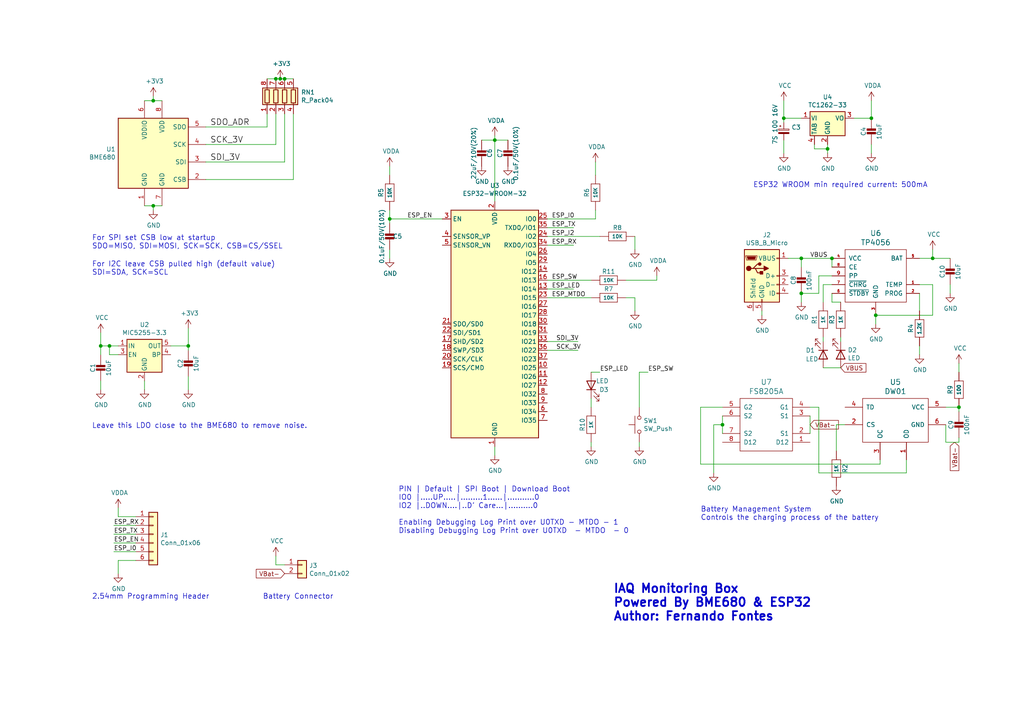
<source format=kicad_sch>
(kicad_sch (version 20230121) (generator eeschema)
  (paper "A4")
  (lib_symbols
    (symbol "Adafruit_BME680-eagle-import:CAP_CERAMIC0805-NOOUTLINE" (pin_names (offset 1.016))
      (property "Reference" "C" (at -2.286 1.2446 90))
      (property "Value" "CAP_CERAMIC0805-NOOUTLINE" (at 2.286 1.2446 90))
      (symbol "CAP_CERAMIC0805-NOOUTLINE_1_0"
        (rectangle (start -1.27 0.508) (end 1.27 1.016) (fill (type outline)))
        (rectangle (start -1.27 1.524) (end 1.27 2.032) (fill (type outline)))
        (polyline (pts (xy 0 0.762) (xy 0 0)))
        (polyline (pts (xy 0 2.54) (xy 0 1.778)))
        (pin passive line (at 0 5.08 270) (length 2.54) (name "1") (number "1"))
        (pin passive line (at 0 -2.54 90) (length 2.54) (name "2") (number "2"))
      )
    )
    (symbol "Adafruit_BME680-eagle-import:RESISTOR_0603_NOOUT" (pin_names (offset 1.016))
      (property "Reference" "R" (at 0 2.54 0))
      (property "Value" "RESISTOR_0603_NOOUT" (at 0 0 0))
      (symbol "RESISTOR_0603_NOOUT_1_0"
        (polyline (pts (xy -2.54 -1.27) (xy -2.54 1.27)))
        (polyline (pts (xy -2.54 1.27) (xy 2.54 1.27)))
        (polyline (pts (xy 2.54 -1.27) (xy -2.54 -1.27)))
        (polyline (pts (xy 2.54 1.27) (xy 2.54 -1.27)))
        (pin passive line (at -5.08 0 0) (length 2.54) (name "1") (number "1"))
        (pin passive line (at 5.08 0 180) (length 2.54) (name "2") (number "2"))
      )
    )
    (symbol "Connector:USB_B_Micro" (pin_names (offset 1.016))
      (property "Reference" "J" (at -5.08 11.43 0))
      (property "Value" "USB_B_Micro" (at -5.08 8.89 0))
      (symbol "USB_B_Micro_0_1"
        (rectangle (start -5.08 -7.62) (end 5.08 7.62) (stroke (width 0.254)) (fill (type background)))
        (circle (center -3.81 2.159) (radius 0.635) (stroke (width 0.254)) (fill (type outline)))
        (circle (center -0.635 3.429) (radius 0.381) (stroke (width 0.254)) (fill (type outline)))
        (rectangle (start -0.127 -7.62) (end 0.127 -6.858))
        (polyline (pts (xy -1.905 2.159) (xy 0.635 2.159)) (stroke (width 0.254)))
        (polyline (pts (xy -3.175 2.159) (xy -2.54 2.159) (xy -1.27 3.429) (xy -0.635 3.429)) (stroke (width 0.254)))
        (polyline (pts (xy -2.54 2.159) (xy -1.905 2.159) (xy -1.27 0.889) (xy 0 0.889)) (stroke (width 0.254)))
        (polyline (pts (xy 0.635 2.794) (xy 0.635 1.524) (xy 1.905 2.159) (xy 0.635 2.794)) (stroke (width 0.254)) (fill (type outline)))
        (polyline (pts (xy -4.318 5.588) (xy -1.778 5.588) (xy -2.032 4.826) (xy -4.064 4.826) (xy -4.318 5.588)) (fill (type outline)))
        (polyline (pts (xy -4.699 5.842) (xy -4.699 5.588) (xy -4.445 4.826) (xy -4.445 4.572) (xy -1.651 4.572) (xy -1.651 4.826) (xy -1.397 5.588) (xy -1.397 5.842) (xy -4.699 5.842)))
        (rectangle (start 0.254 1.27) (end -0.508 0.508) (stroke (width 0.254)) (fill (type outline)))
        (rectangle (start 5.08 -5.207) (end 4.318 -4.953))
        (rectangle (start 5.08 -2.667) (end 4.318 -2.413))
        (rectangle (start 5.08 -0.127) (end 4.318 0.127))
        (rectangle (start 5.08 4.953) (end 4.318 5.207))
      )
      (symbol "USB_B_Micro_1_1"
        (pin power_out line (at 7.62 5.08 180) (length 2.54) (name "VBUS") (number "1"))
        (pin bidirectional line (at 7.62 -2.54 180) (length 2.54) (name "D-") (number "2"))
        (pin bidirectional line (at 7.62 0 180) (length 2.54) (name "D+") (number "3"))
        (pin passive line (at 7.62 -5.08 180) (length 2.54) (name "ID") (number "4"))
        (pin power_out line (at 0 -10.16 90) (length 2.54) (name "GND") (number "5"))
        (pin passive line (at -2.54 -10.16 90) (length 2.54) (name "Shield") (number "6"))
      )
    )
    (symbol "Connector_Generic:Conn_01x02" (pin_names (offset 1.016) hide)
      (property "Reference" "J" (at 0 2.54 0))
      (property "Value" "Conn_01x02" (at 0 -5.08 0))
      (symbol "Conn_01x02_1_1"
        (rectangle (start -1.27 -2.413) (end 0 -2.667) (stroke (width 0.1524)))
        (rectangle (start -1.27 0.127) (end 0 -0.127) (stroke (width 0.1524)))
        (rectangle (start -1.27 1.27) (end 1.27 -3.81) (stroke (width 0.254)) (fill (type background)))
        (pin passive line (at -5.08 0 0) (length 3.81) (name "Pin_1") (number "1"))
        (pin passive line (at -5.08 -2.54 0) (length 3.81) (name "Pin_2") (number "2"))
      )
    )
    (symbol "Connector_Generic:Conn_01x06" (pin_names (offset 1.016) hide)
      (property "Reference" "J" (at 0 7.62 0))
      (property "Value" "Conn_01x06" (at 0 -10.16 0))
      (symbol "Conn_01x06_1_1"
        (rectangle (start -1.27 -7.493) (end 0 -7.747) (stroke (width 0.1524)))
        (rectangle (start -1.27 -4.953) (end 0 -5.207) (stroke (width 0.1524)))
        (rectangle (start -1.27 -2.413) (end 0 -2.667) (stroke (width 0.1524)))
        (rectangle (start -1.27 0.127) (end 0 -0.127) (stroke (width 0.1524)))
        (rectangle (start -1.27 2.667) (end 0 2.413) (stroke (width 0.1524)))
        (rectangle (start -1.27 5.207) (end 0 4.953) (stroke (width 0.1524)))
        (rectangle (start -1.27 6.35) (end 1.27 -8.89) (stroke (width 0.254)) (fill (type background)))
        (pin passive line (at -5.08 5.08 0) (length 3.81) (name "Pin_1") (number "1"))
        (pin passive line (at -5.08 2.54 0) (length 3.81) (name "Pin_2") (number "2"))
        (pin passive line (at -5.08 0 0) (length 3.81) (name "Pin_3") (number "3"))
        (pin passive line (at -5.08 -2.54 0) (length 3.81) (name "Pin_4") (number "4"))
        (pin passive line (at -5.08 -5.08 0) (length 3.81) (name "Pin_5") (number "5"))
        (pin passive line (at -5.08 -7.62 0) (length 3.81) (name "Pin_6") (number "6"))
      )
    )
    (symbol "Device:LED" (pin_numbers hide) (pin_names (offset 1.016) hide)
      (property "Reference" "D" (at 0 2.54 0))
      (property "Value" "LED" (at 0 -2.54 0))
      (symbol "LED_0_1"
        (polyline (pts (xy -1.27 -1.27) (xy -1.27 1.27)) (stroke (width 0.254)))
        (polyline (pts (xy -1.27 0) (xy 1.27 0)))
        (polyline (pts (xy 1.27 -1.27) (xy 1.27 1.27) (xy -1.27 0) (xy 1.27 -1.27)) (stroke (width 0.254)))
        (polyline (pts (xy -3.048 -0.762) (xy -4.572 -2.286) (xy -3.81 -2.286) (xy -4.572 -2.286) (xy -4.572 -1.524)))
        (polyline (pts (xy -1.778 -0.762) (xy -3.302 -2.286) (xy -2.54 -2.286) (xy -3.302 -2.286) (xy -3.302 -1.524)))
      )
      (symbol "LED_1_1"
        (pin passive line (at -3.81 0 0) (length 2.54) (name "K") (number "1"))
        (pin passive line (at 3.81 0 180) (length 2.54) (name "A") (number "2"))
      )
    )
    (symbol "Device:R_Pack04" (pin_names (offset 0) hide)
      (property "Reference" "RN" (at -7.62 0 90))
      (property "Value" "R_Pack04" (at 5.08 0 90))
      (symbol "R_Pack04_0_1"
        (rectangle (start -6.35 -2.413) (end 3.81 2.413) (stroke (width 0.254)) (fill (type background)))
        (rectangle (start -5.715 1.905) (end -4.445 -1.905) (stroke (width 0.254)))
        (rectangle (start -3.175 1.905) (end -1.905 -1.905) (stroke (width 0.254)))
        (rectangle (start -0.635 1.905) (end 0.635 -1.905) (stroke (width 0.254)))
        (polyline (pts (xy -5.08 -2.54) (xy -5.08 -1.905)))
        (polyline (pts (xy -5.08 1.905) (xy -5.08 2.54)))
        (polyline (pts (xy -2.54 -2.54) (xy -2.54 -1.905)))
        (polyline (pts (xy -2.54 1.905) (xy -2.54 2.54)))
        (polyline (pts (xy 0 -2.54) (xy 0 -1.905)))
        (polyline (pts (xy 0 1.905) (xy 0 2.54)))
        (polyline (pts (xy 2.54 -2.54) (xy 2.54 -1.905)))
        (polyline (pts (xy 2.54 1.905) (xy 2.54 2.54)))
        (rectangle (start 1.905 1.905) (end 3.175 -1.905) (stroke (width 0.254)))
      )
      (symbol "R_Pack04_1_1"
        (pin passive line (at -5.08 -5.08 90) (length 2.54) (name "R1.1") (number "1"))
        (pin passive line (at -2.54 -5.08 90) (length 2.54) (name "R2.1") (number "2"))
        (pin passive line (at 0 -5.08 90) (length 2.54) (name "R3.1") (number "3"))
        (pin passive line (at 2.54 -5.08 90) (length 2.54) (name "R4.1") (number "4"))
        (pin passive line (at 2.54 5.08 270) (length 2.54) (name "R4.2") (number "5"))
        (pin passive line (at 0 5.08 270) (length 2.54) (name "R3.2") (number "6"))
        (pin passive line (at -2.54 5.08 270) (length 2.54) (name "R2.2") (number "7"))
        (pin passive line (at -5.08 5.08 270) (length 2.54) (name "R1.2") (number "8"))
      )
    )
    (symbol "IAQ_Project-rescue:+3.3V-power" (power) (pin_names (offset 0))
      (property "Value" "+3.3V-power" (at 0 3.556 0))
      (symbol "+3.3V-power_0_1"
        (polyline (pts (xy -0.762 1.27) (xy 0 2.54)))
        (polyline (pts (xy 0 0) (xy 0 2.54)))
        (polyline (pts (xy 0 2.54) (xy 0.762 1.27)))
      )
      (symbol "+3.3V-power_1_1"
        (pin power_in line (at 0 0 90) (length 0) hide (name "+3V3") (number "1"))
      )
    )
    (symbol "IAQ_Project-rescue:CP_Small-Device" (pin_numbers hide) (pin_names (offset 0.254) hide)
      (property "Reference" "C" (at 0.254 1.778 0))
      (property "Value" "Device_CP_Small" (at 0.254 -2.032 0))
      (symbol "CP_Small-Device_0_1"
        (rectangle (start -1.524 -0.3048) (end 1.524 -0.6858) (fill (type outline)))
        (rectangle (start -1.524 0.6858) (end 1.524 0.3048))
        (polyline (pts (xy -1.27 1.524) (xy -0.762 1.524)))
        (polyline (pts (xy -1.016 1.27) (xy -1.016 1.778)))
      )
      (symbol "CP_Small-Device_1_1"
        (pin passive line (at 0 2.54 270) (length 1.8542) (name "~") (number "1"))
        (pin passive line (at 0 -2.54 90) (length 1.8542) (name "~") (number "2"))
      )
    )
    (symbol "IAQ_Project-rescue:TC1262-33-Regulator_Linear" (pin_names (offset 0.254))
      (property "Reference" "U" (at -3.81 3.175 0))
      (property "Value" "Regulator_Linear_TC1262-33" (at 0 3.175 0))
      (symbol "TC1262-33-Regulator_Linear_1_1"
        (rectangle (start -5.08 1.905) (end 5.08 -5.08) (stroke (width 0.254)) (fill (type background)))
        (pin power_in line (at -7.62 0 0) (length 2.54) (name "VI") (number "1"))
        (pin power_in line (at 0 -7.62 90) (length 2.54) (name "GND") (number "2"))
        (pin power_out line (at 7.62 0 180) (length 2.54) (name "VO") (number "3"))
        (pin input line (at -3.81 -7.62 90) (length 2.54) (name "TAB") (number "4"))
      )
    )
    (symbol "RF_Module:ESP32-WROOM-32"
      (property "Reference" "U" (at -12.7 34.29 0))
      (property "Value" "ESP32-WROOM-32" (at 1.27 34.29 0))
      (symbol "ESP32-WROOM-32_0_1"
        (rectangle (start -12.7 33.02) (end 12.7 -33.02) (stroke (width 0.254)) (fill (type background)))
      )
      (symbol "ESP32-WROOM-32_1_1"
        (pin power_in line (at 0 -35.56 90) (length 2.54) (name "GND") (number "1"))
        (pin bidirectional line (at 15.24 -12.7 180) (length 2.54) (name "IO25") (number "10"))
        (pin bidirectional line (at 15.24 -15.24 180) (length 2.54) (name "IO26") (number "11"))
        (pin bidirectional line (at 15.24 -17.78 180) (length 2.54) (name "IO27") (number "12"))
        (pin bidirectional line (at 15.24 10.16 180) (length 2.54) (name "IO14") (number "13"))
        (pin bidirectional line (at 15.24 15.24 180) (length 2.54) (name "IO12") (number "14"))
        (pin passive line (at 0 -35.56 90) (length 2.54) hide (name "GND") (number "15"))
        (pin bidirectional line (at 15.24 12.7 180) (length 2.54) (name "IO13") (number "16"))
        (pin bidirectional line (at -15.24 -5.08 0) (length 2.54) (name "SHD/SD2") (number "17"))
        (pin bidirectional line (at -15.24 -7.62 0) (length 2.54) (name "SWP/SD3") (number "18"))
        (pin bidirectional line (at -15.24 -12.7 0) (length 2.54) (name "SCS/CMD") (number "19"))
        (pin power_in line (at 0 35.56 270) (length 2.54) (name "VDD") (number "2"))
        (pin bidirectional line (at -15.24 -10.16 0) (length 2.54) (name "SCK/CLK") (number "20"))
        (pin bidirectional line (at -15.24 0 0) (length 2.54) (name "SDO/SD0") (number "21"))
        (pin bidirectional line (at -15.24 -2.54 0) (length 2.54) (name "SDI/SD1") (number "22"))
        (pin bidirectional line (at 15.24 7.62 180) (length 2.54) (name "IO15") (number "23"))
        (pin bidirectional line (at 15.24 25.4 180) (length 2.54) (name "IO2") (number "24"))
        (pin bidirectional line (at 15.24 30.48 180) (length 2.54) (name "IO0") (number "25"))
        (pin bidirectional line (at 15.24 20.32 180) (length 2.54) (name "IO4") (number "26"))
        (pin bidirectional line (at 15.24 5.08 180) (length 2.54) (name "IO16") (number "27"))
        (pin bidirectional line (at 15.24 2.54 180) (length 2.54) (name "IO17") (number "28"))
        (pin bidirectional line (at 15.24 17.78 180) (length 2.54) (name "IO5") (number "29"))
        (pin input line (at -15.24 30.48 0) (length 2.54) (name "EN") (number "3"))
        (pin bidirectional line (at 15.24 0 180) (length 2.54) (name "IO18") (number "30"))
        (pin bidirectional line (at 15.24 -2.54 180) (length 2.54) (name "IO19") (number "31"))
        (pin no_connect line (at -12.7 -27.94 0) (length 2.54) hide (name "NC") (number "32"))
        (pin bidirectional line (at 15.24 -5.08 180) (length 2.54) (name "IO21") (number "33"))
        (pin bidirectional line (at 15.24 22.86 180) (length 2.54) (name "RXD0/IO3") (number "34"))
        (pin bidirectional line (at 15.24 27.94 180) (length 2.54) (name "TXD0/IO1") (number "35"))
        (pin bidirectional line (at 15.24 -7.62 180) (length 2.54) (name "IO22") (number "36"))
        (pin bidirectional line (at 15.24 -10.16 180) (length 2.54) (name "IO23") (number "37"))
        (pin passive line (at 0 -35.56 90) (length 2.54) hide (name "GND") (number "38"))
        (pin passive line (at 0 -35.56 90) (length 2.54) hide (name "GND") (number "39"))
        (pin input line (at -15.24 25.4 0) (length 2.54) (name "SENSOR_VP") (number "4"))
        (pin input line (at -15.24 22.86 0) (length 2.54) (name "SENSOR_VN") (number "5"))
        (pin input line (at 15.24 -25.4 180) (length 2.54) (name "IO34") (number "6"))
        (pin input line (at 15.24 -27.94 180) (length 2.54) (name "IO35") (number "7"))
        (pin bidirectional line (at 15.24 -20.32 180) (length 2.54) (name "IO32") (number "8"))
        (pin bidirectional line (at 15.24 -22.86 180) (length 2.54) (name "IO33") (number "9"))
      )
    )
    (symbol "Regulator_Linear:MIC5205-3.3YM5" (pin_names (offset 0.254))
      (property "Reference" "U" (at -3.81 5.715 0))
      (property "Value" "MIC5205-3.3YM5" (at 0 5.715 0))
      (symbol "MIC5205-3.3YM5_0_1"
        (rectangle (start -5.08 4.445) (end 5.08 -5.08) (stroke (width 0.254)) (fill (type background)))
      )
      (symbol "MIC5205-3.3YM5_1_1"
        (pin power_in line (at -7.62 2.54 0) (length 2.54) (name "IN") (number "1"))
        (pin power_in line (at 0 -7.62 90) (length 2.54) (name "GND") (number "2"))
        (pin input line (at -7.62 0 0) (length 2.54) (name "EN") (number "3"))
        (pin input line (at 7.62 0 180) (length 2.54) (name "BP") (number "4"))
        (pin power_out line (at 7.62 2.54 180) (length 2.54) (name "OUT") (number "5"))
      )
    )
    (symbol "Sensor:BME680"
      (property "Reference" "U" (at -8.89 11.43 0))
      (property "Value" "BME680" (at 7.62 11.43 0))
      (symbol "BME680_0_1"
        (rectangle (start -10.16 10.16) (end 10.16 -10.16) (stroke (width 0.254)) (fill (type background)))
      )
      (symbol "BME680_1_1"
        (pin power_in line (at -2.54 -15.24 90) (length 5.08) (name "GND") (number "1"))
        (pin input line (at 15.24 -7.62 180) (length 5.08) (name "CSB") (number "2"))
        (pin bidirectional line (at 15.24 -2.54 180) (length 5.08) (name "SDI") (number "3"))
        (pin input line (at 15.24 2.54 180) (length 5.08) (name "SCK") (number "4"))
        (pin bidirectional line (at 15.24 7.62 180) (length 5.08) (name "SDO") (number "5"))
        (pin power_in line (at -2.54 15.24 270) (length 5.08) (name "VDDIO") (number "6"))
        (pin power_in line (at 2.54 -15.24 90) (length 5.08) (name "GND") (number "7"))
        (pin power_in line (at 2.54 15.24 270) (length 5.08) (name "VDD") (number "8"))
      )
    )
    (symbol "Switch:SW_Push" (pin_numbers hide) (pin_names (offset 1.016) hide)
      (property "Reference" "SW" (at 1.27 2.54 0))
      (property "Value" "SW_Push" (at 0 -1.524 0))
      (symbol "SW_Push_0_1"
        (circle (center -2.032 0) (radius 0.508))
        (polyline (pts (xy 0 1.27) (xy 0 3.048)))
        (polyline (pts (xy 2.54 1.27) (xy -2.54 1.27)))
        (circle (center 2.032 0) (radius 0.508))
        (pin passive line (at -5.08 0 0) (length 2.54) (name "1") (number "1"))
        (pin passive line (at 5.08 0 180) (length 2.54) (name "2") (number "2"))
      )
    )
    (symbol "dw01:DW01" (pin_names (offset 1.016))
      (property "Reference" "U" (at 2.54 8.89 0))
      (property "Value" "DW01" (at -2.54 8.89 0))
      (symbol "DW01_0_1"
        (rectangle (start -8.89 6.35) (end 10.16 -6.35))
      )
      (symbol "DW01_1_1"
        (pin input line (at 3.81 -11.43 90) (length 5.08) (name "OD") (number "1"))
        (pin input line (at -13.97 -1.27 0) (length 5.08) (name "CS") (number "2"))
        (pin input line (at -3.81 -11.43 90) (length 5.08) (name "OC") (number "3"))
        (pin input line (at -13.97 3.81 0) (length 5.08) (name "TD") (number "4"))
        (pin input line (at 15.24 3.81 180) (length 5.08) (name "VCC") (number "5"))
        (pin input line (at 15.24 -1.27 180) (length 5.08) (name "GND") (number "6"))
      )
    )
    (symbol "fs8205a:FS8205A" (pin_names (offset 1.016))
      (property "Reference" "U" (at -5.08 -1.27 0))
      (property "Value" "FS8205A" (at -1.27 -3.81 0))
      (symbol "FS8205A_0_1"
        (rectangle (start -7.62 5.08) (end 7.62 -10.16))
      )
      (symbol "FS8205A_1_1"
        (pin input line (at 5.08 10.16 270) (length 5.08) (name "D12") (number "1"))
        (pin input line (at 2.54 10.16 270) (length 5.08) (name "S1") (number "2"))
        (pin input line (at -2.54 10.16 270) (length 5.08) (name "S1") (number "3"))
        (pin input line (at -5.08 10.16 270) (length 5.08) (name "G1") (number "4"))
        (pin input line (at -5.08 -15.24 90) (length 5.08) (name "G2") (number "5"))
        (pin input line (at -2.54 -15.24 90) (length 5.08) (name "S2") (number "6"))
        (pin input line (at 2.54 -15.24 90) (length 5.08) (name "S2") (number "7"))
        (pin input line (at 5.08 -15.24 90) (length 5.08) (name "D12") (number "8"))
      )
    )
    (symbol "power:GND" (power) (pin_names (offset 0))
      (property "Value" "GND" (at 0 -3.81 0))
      (symbol "GND_0_1"
        (polyline (pts (xy 0 0) (xy 0 -1.27) (xy 1.27 -1.27) (xy 0 -2.54) (xy -1.27 -1.27) (xy 0 -1.27)))
      )
      (symbol "GND_1_1"
        (pin power_in line (at 0 0 270) (length 0) hide (name "GND") (number "1"))
      )
    )
    (symbol "power:VCC" (power) (pin_names (offset 0))
      (property "Value" "VCC" (at 0 3.81 0))
      (symbol "VCC_0_1"
        (polyline (pts (xy -0.762 1.27) (xy 0 2.54)))
        (polyline (pts (xy 0 0) (xy 0 2.54)))
        (polyline (pts (xy 0 2.54) (xy 0.762 1.27)))
      )
      (symbol "VCC_1_1"
        (pin power_in line (at 0 0 90) (length 0) hide (name "VCC") (number "1"))
      )
    )
    (symbol "power:VDDA" (power) (pin_names (offset 0))
      (property "Value" "VDDA" (at 0 3.81 0))
      (symbol "VDDA_0_1"
        (polyline (pts (xy -0.762 1.27) (xy 0 2.54)))
        (polyline (pts (xy 0 0) (xy 0 2.54)))
        (polyline (pts (xy 0 2.54) (xy 0.762 1.27)))
      )
      (symbol "VDDA_1_1"
        (pin power_in line (at 0 0 90) (length 0) hide (name "VDDA") (number "1"))
      )
    )
    (symbol "tp4056:TP4056" (pin_names (offset 1.016))
      (property "Reference" "U" (at -8.89 10.16 0))
      (property "Value" "TP4056" (at 8.89 10.16 0))
      (symbol "TP4056_0_1"
        (rectangle (start -8.89 8.89) (end 8.89 -6.35))
      )
      (symbol "TP4056_1_1"
        (pin passive line (at 12.7 -1.27 180) (length 3.81) (name "TEMP") (number "1"))
        (pin passive line (at 12.7 -3.81 180) (length 3.81) (name "PROG") (number "2"))
        (pin power_in line (at 0 -10.16 90) (length 3.81) (name "GND") (number "3"))
        (pin power_in line (at -12.7 6.35 0) (length 3.81) (name "VCC") (number "4"))
        (pin power_out line (at 12.7 6.35 180) (length 3.81) (name "BAT") (number "5"))
        (pin open_collector line (at -12.7 -3.81 0) (length 3.81) (name "~{STDBY}") (number "6"))
        (pin open_collector line (at -12.7 -1.27 0) (length 3.81) (name "~{CHRG}") (number "7"))
        (pin input line (at -12.7 3.81 0) (length 3.81) (name "CE") (number "8"))
        (pin input line (at -12.7 1.27 0) (length 3.81) (name "PP") (number "9"))
      )
    )
  )
  (junction (at 81.28 22.86))
  (junction (at 240.03 43.18))
  (junction (at 54.61 100.33))
  (junction (at 227.33 34.29))
  (junction (at 241.3 74.93))
  (junction (at 232.41 85.09))
  (junction (at 31.75 100.33))
  (junction (at 44.45 29.21))
  (junction (at 44.45 59.69))
  (junction (at 278.13 118.11))
  (junction (at 82.55 22.86))
  (junction (at 270.51 74.93))
  (junction (at 113.03 63.5))
  (junction (at 29.21 100.33))
  (junction (at 209.55 123.19))
  (junction (at 143.51 40.64))
  (junction (at 80.01 22.86))
  (junction (at 254 91.44))
  (junction (at 232.41 74.93))
  (junction (at 252.73 34.29))
  (wire (pts (xy 255.27 134.62) (xy 255.27 133.35)))
  (wire (pts (xy 59.69 36.83) (xy 77.47 36.83)))
  (wire (pts (xy 34.29 162.56) (xy 34.29 166.37)))
  (wire (pts (xy 158.75 101.6) (xy 167.64 101.6)))
  (wire (pts (xy 171.45 118.11) (xy 171.45 115.57)))
  (wire (pts (xy 220.98 90.17) (xy 220.98 91.44)))
  (wire (pts (xy 34.29 100.33) (xy 31.75 100.33)))
  (wire (pts (xy 262.89 137.16) (xy 262.89 133.35)))
  (wire (pts (xy 270.51 91.44) (xy 254 91.44)))
  (wire (pts (xy 241.3 85.09) (xy 241.3 87.63)))
  (wire (pts (xy 227.33 40.64) (xy 227.33 44.45)))
  (wire (pts (xy 185.42 128.27) (xy 185.42 129.54)))
  (wire (pts (xy 29.21 96.52) (xy 29.21 100.33)))
  (wire (pts (xy 39.37 149.86) (xy 34.29 149.86)))
  (wire (pts (xy 158.75 83.82) (xy 166.37 83.82)))
  (wire (pts (xy 278.13 105.41) (xy 278.13 107.95)))
  (wire (pts (xy 237.49 137.16) (xy 262.89 137.16)))
  (wire (pts (xy 59.69 46.99) (xy 82.55 46.99)))
  (wire (pts (xy 41.91 59.69) (xy 44.45 59.69)))
  (wire (pts (xy 34.29 149.86) (xy 34.29 147.32)))
  (wire (pts (xy 203.2 118.11) (xy 203.2 134.62)))
  (wire (pts (xy 243.84 106.68) (xy 238.76 106.68)))
  (wire (pts (xy 207.01 123.19) (xy 207.01 137.16)))
  (wire (pts (xy 234.95 118.11) (xy 237.49 118.11)))
  (wire (pts (xy 241.3 80.01) (xy 237.49 80.01)))
  (wire (pts (xy 158.75 68.58) (xy 173.99 68.58)))
  (wire (pts (xy 31.75 102.87) (xy 34.29 102.87)))
  (wire (pts (xy 266.7 82.55) (xy 270.51 82.55)))
  (wire (pts (xy 172.72 46.99) (xy 172.72 50.8)))
  (wire (pts (xy 238.76 82.55) (xy 238.76 87.63)))
  (wire (pts (xy 29.21 100.33) (xy 29.21 102.87)))
  (wire (pts (xy 33.02 160.02) (xy 39.37 160.02)))
  (wire (pts (xy 232.41 74.93) (xy 232.41 77.47)))
  (wire (pts (xy 209.55 123.19) (xy 207.01 123.19)))
  (wire (pts (xy 278.13 127) (xy 278.13 128.27)))
  (wire (pts (xy 33.02 152.4) (xy 39.37 152.4)))
  (wire (pts (xy 278.13 118.11) (xy 278.13 119.38)))
  (wire (pts (xy 252.73 41.91) (xy 252.73 44.45)))
  (wire (pts (xy 274.32 123.19) (xy 274.32 128.27)))
  (wire (pts (xy 33.02 154.94) (xy 39.37 154.94)))
  (wire (pts (xy 44.45 29.21) (xy 44.45 27.94)))
  (wire (pts (xy 158.75 99.06) (xy 167.64 99.06)))
  (wire (pts (xy 77.47 33.02) (xy 77.47 36.83)))
  (wire (pts (xy 113.03 50.8) (xy 113.03 48.26)))
  (wire (pts (xy 254 91.44) (xy 254 93.98)))
  (wire (pts (xy 49.53 100.33) (xy 54.61 100.33)))
  (wire (pts (xy 232.41 74.93) (xy 228.6 74.93)))
  (wire (pts (xy 158.75 63.5) (xy 172.72 63.5)))
  (wire (pts (xy 31.75 100.33) (xy 31.75 102.87)))
  (wire (pts (xy 82.55 33.02) (xy 82.55 46.99)))
  (wire (pts (xy 237.49 85.09) (xy 232.41 85.09)))
  (wire (pts (xy 184.15 68.58) (xy 184.15 72.39)))
  (wire (pts (xy 236.22 43.18) (xy 236.22 41.91)))
  (wire (pts (xy 185.42 118.11) (xy 185.42 107.95)))
  (wire (pts (xy 243.84 97.79) (xy 243.84 99.06)))
  (wire (pts (xy 128.27 63.5) (xy 113.03 63.5)))
  (wire (pts (xy 171.45 107.95) (xy 173.99 107.95)))
  (wire (pts (xy 113.03 60.96) (xy 113.03 63.5)))
  (wire (pts (xy 80.01 22.86) (xy 77.47 22.86)))
  (wire (pts (xy 82.55 22.86) (xy 81.28 22.86)))
  (wire (pts (xy 209.55 123.19) (xy 209.55 125.73)))
  (wire (pts (xy 237.49 118.11) (xy 237.49 137.16)))
  (wire (pts (xy 241.3 87.63) (xy 243.84 87.63)))
  (wire (pts (xy 158.75 71.12) (xy 166.37 71.12)))
  (wire (pts (xy 181.61 86.36) (xy 184.15 86.36)))
  (wire (pts (xy 266.7 74.93) (xy 270.51 74.93)))
  (wire (pts (xy 241.3 77.47) (xy 241.3 74.93)))
  (wire (pts (xy 44.45 29.21) (xy 41.91 29.21)))
  (wire (pts (xy 203.2 134.62) (xy 255.27 134.62)))
  (wire (pts (xy 85.09 33.02) (xy 85.09 52.07)))
  (wire (pts (xy 234.95 120.65) (xy 234.95 125.73)))
  (wire (pts (xy 270.51 74.93) (xy 275.59 74.93)))
  (wire (pts (xy 240.03 43.18) (xy 236.22 43.18)))
  (wire (pts (xy 270.51 82.55) (xy 270.51 91.44)))
  (wire (pts (xy 227.33 34.29) (xy 227.33 35.56)))
  (wire (pts (xy 237.49 80.01) (xy 237.49 85.09)))
  (wire (pts (xy 275.59 82.55) (xy 275.59 85.09)))
  (wire (pts (xy 242.57 123.19) (xy 245.11 123.19)))
  (wire (pts (xy 113.03 63.5) (xy 113.03 64.77)))
  (wire (pts (xy 181.61 81.28) (xy 190.5 81.28)))
  (wire (pts (xy 39.37 162.56) (xy 34.29 162.56)))
  (wire (pts (xy 209.55 120.65) (xy 209.55 123.19)))
  (wire (pts (xy 59.69 41.91) (xy 80.01 41.91)))
  (wire (pts (xy 158.75 86.36) (xy 171.45 86.36)))
  (wire (pts (xy 41.91 110.49) (xy 41.91 113.03)))
  (wire (pts (xy 54.61 109.22) (xy 54.61 113.03)))
  (wire (pts (xy 143.51 39.37) (xy 143.51 40.64)))
  (wire (pts (xy 266.7 100.33) (xy 266.7 102.87)))
  (wire (pts (xy 143.51 132.08) (xy 143.51 129.54)))
  (wire (pts (xy 232.41 85.09) (xy 232.41 87.63)))
  (wire (pts (xy 81.28 22.86) (xy 80.01 22.86)))
  (wire (pts (xy 241.3 82.55) (xy 238.76 82.55)))
  (wire (pts (xy 80.01 161.29) (xy 80.01 163.83)))
  (wire (pts (xy 29.21 100.33) (xy 31.75 100.33)))
  (wire (pts (xy 270.51 74.93) (xy 270.51 72.39)))
  (wire (pts (xy 143.51 40.64) (xy 143.51 58.42)))
  (wire (pts (xy 59.69 52.07) (xy 85.09 52.07)))
  (wire (pts (xy 80.01 33.02) (xy 80.01 41.91)))
  (wire (pts (xy 247.65 34.29) (xy 252.73 34.29)))
  (wire (pts (xy 46.99 29.21) (xy 44.45 29.21)))
  (wire (pts (xy 238.76 97.79) (xy 238.76 99.06)))
  (wire (pts (xy 29.21 113.03) (xy 29.21 110.49)))
  (wire (pts (xy 33.02 157.48) (xy 39.37 157.48)))
  (wire (pts (xy 147.32 40.64) (xy 143.51 40.64)))
  (wire (pts (xy 242.57 130.81) (xy 242.57 123.19)))
  (wire (pts (xy 266.7 90.17) (xy 266.7 85.09)))
  (wire (pts (xy 158.75 66.04) (xy 166.37 66.04)))
  (wire (pts (xy 232.41 34.29) (xy 227.33 34.29)))
  (wire (pts (xy 85.09 22.86) (xy 82.55 22.86)))
  (wire (pts (xy 54.61 100.33) (xy 54.61 95.25)))
  (wire (pts (xy 240.03 43.18) (xy 240.03 41.91)))
  (wire (pts (xy 240.03 44.45) (xy 240.03 43.18)))
  (wire (pts (xy 274.32 128.27) (xy 278.13 128.27)))
  (wire (pts (xy 54.61 100.33) (xy 54.61 101.6)))
  (wire (pts (xy 80.01 163.83) (xy 82.55 163.83)))
  (wire (pts (xy 227.33 29.21) (xy 227.33 34.29)))
  (wire (pts (xy 44.45 59.69) (xy 46.99 59.69)))
  (wire (pts (xy 241.3 74.93) (xy 232.41 74.93)))
  (wire (pts (xy 209.55 118.11) (xy 203.2 118.11)))
  (wire (pts (xy 44.45 60.96) (xy 44.45 59.69)))
  (wire (pts (xy 143.51 40.64) (xy 139.7 40.64)))
  (wire (pts (xy 172.72 63.5) (xy 172.72 60.96)))
  (wire (pts (xy 158.75 81.28) (xy 171.45 81.28)))
  (wire (pts (xy 184.15 86.36) (xy 184.15 90.17)))
  (wire (pts (xy 185.42 107.95) (xy 187.96 107.95)))
  (wire (pts (xy 171.45 129.54) (xy 171.45 128.27)))
  (wire (pts (xy 190.5 81.28) (xy 190.5 80.01)))
  (wire (pts (xy 113.03 72.39) (xy 113.03 74.93)))
  (wire (pts (xy 278.13 118.11) (xy 274.32 118.11)))
  (wire (pts (xy 252.73 29.21) (xy 252.73 34.29)))
  (text "For I2C leave CSB pulled high (default value)\nSDI=SDA, SCK=SCL" (at 26.67 80.01 0) (effects (font (size 1.4986 1.4986)) (justify left bottom)))
  (text "IAQ Monitoring Box\nPowered By BME680 & ESP32\nAuthor: Fernando Fontes" (at 177.8 180.34 0) (effects (font (size 2.4892 2.4892) (thickness 0.4978) bold) (justify left bottom)))
  (text "Battery Connector\n" (at 76.2 173.99 0) (effects (font (size 1.4986 1.4986)) (justify left bottom)))
  (text "Battery Management System\nControls the charging process of the battery" (at 203.2 151.13 0) (effects (font (size 1.4986 1.4986)) (justify left bottom)))
  (text "ESP32 WROOM min required current: 500mA" (at 218.44 54.61 0) (effects (font (size 1.4986 1.4986)) (justify left bottom)))
  (text "Leave this LDO close to the BME680 to remove noise." (at 26.67 124.46 0) (effects (font (size 1.4986 1.4986)) (justify left bottom)))
  (text "2.54mm Programming Header" (at 26.67 173.99 0) (effects (font (size 1.4986 1.4986)) (justify left bottom)))
  (text "For SPI set CSB low at startup\nSDO=MISO, SDI=MOSI, SCK=SCK, CSB=CS/SSEL" (at 26.67 72.39 0) (effects (font (size 1.4986 1.4986)) (justify left bottom)))
  (text "PIN | Default | SPI Boot | Download Boot \nIO0 |.….UP…..|………1……|………..0 \nIO2 |..DOWN….|..D’ Care…|……….0    \n\nEnabling Debugging Log Print over U0TXD - MTDO - 1\nDisabling Debugging Log Print over U0TXD  - MTDO  - 0" (at 115.57 154.94 0) (effects (font (size 1.4986 1.4986)) (justify left bottom)))
  (label "ESP_TX" (at 33.02 154.94 0))
  (label "SDO_ADR" (at 60.96 36.83 0) (effects (font (size 1.7018 1.7018))))
  (label "SDI_3V" (at 161.29 99.06 0))
  (label "ESP_EN" (at 33.02 157.48 0))
  (label "ESP_LED" (at 173.99 107.95 0))
  (label "ESP_LED" (at 160.02 83.82 0))
  (label "SCK_3V" (at 60.96 41.91 0) (effects (font (size 1.7018 1.7018))))
  (label "ESP_MTDO" (at 160.02 86.36 0))
  (label "ESP_TX" (at 160.02 66.04 0))
  (label "SDI_3V" (at 60.96 46.99 0) (effects (font (size 1.7018 1.7018))))
  (label "ESP_I0" (at 33.02 160.02 0))
  (label "ESP_RX" (at 160.02 71.12 0))
  (label "ESP_SW" (at 187.96 107.95 0))
  (label "ESP_I2" (at 160.02 68.58 0))
  (label "VBUS" (at 234.95 74.93 0))
  (label "ESP_RX" (at 33.02 152.4 0))
  (label "ESP_SW" (at 160.02 81.28 0))
  (label "SCK_3V" (at 161.29 101.6 0))
  (label "ESP_EN" (at 118.11 63.5 0))
  (label "ESP_I0" (at 160.02 63.5 0))
  (global_label "VBat-" (shape input) (at 276.86 128.27 270) (property "Intersheetrefs" "${INTERSHEET_REFS}" (effects hide)))
  (global_label "VBUS" (shape input) (at 243.84 106.68 0) (property "Intersheetrefs" "${INTERSHEET_REFS}" (effects hide)))
  (global_label "VBat-" (shape input) (at 234.95 123.19 0) (property "Intersheetrefs" "${INTERSHEET_REFS}" (effects hide)))
  (global_label "VBat-" (shape input) (at 82.55 166.37 180) (property "Intersheetrefs" "${INTERSHEET_REFS}" (effects hide)))
  (symbol (lib_id "IAQ_Project-rescue:+3.3V-power") (at 44.45 27.94 0) (unit 1)
    (property "Reference" "#PWR0101" (effects hide))
    (property "Value" "+3.3V" (at 44.831 23.5458 0))
  )
  (symbol (lib_id "RF_Module:ESP32-WROOM-32") (at 143.51 93.98 0) (unit 1)
    (property "Reference" "U3" (at 143.51 53.8226 0))
    (property "Value" "ESP32-WROOM-32" (at 143.51 56.134 0))
    (property "Footprint" "RF_Module:ESP32-WROOM-32" (effects hide))
    (property "Datasheet" "https://www.espressif.com/sites/default/files/documentation/esp32-wroom-32_datasheet_en.pdf" (effects hide))
  )
  (symbol (lib_id "IAQ_Project-rescue:+3.3V-power") (at 81.28 22.86 0) (unit 1)
    (property "Reference" "#PWR0102" (effects hide))
    (property "Value" "+3.3V" (at 81.661 18.4658 0))
  )
  (symbol (lib_id "power:GND") (at 44.45 60.96 0) (unit 1)
    (property "Reference" "#PWR0104" (effects hide))
    (property "Value" "GND" (at 44.577 65.3542 0))
  )
  (symbol (lib_id "IAQ_Project-rescue:TC1262-33-Regulator_Linear") (at 240.03 34.29 0) (unit 1)
    (property "Reference" "U4" (at 240.03 28.1432 0))
    (property "Value" "TC1262-33" (at 240.03 30.4546 0))
    (property "Footprint" "Package_TO_SOT_SMD:SOT-223" (effects hide))
    (property "Datasheet" "http://ww1.microchip.com/downloads/en/DeviceDoc/21373C.pdf" (effects hide))
  )
  (symbol (lib_id "Adafruit_BME680-eagle-import:CAP_CERAMIC0805-NOOUTLINE") (at 147.32 45.72 0) (unit 1)
    (property "Reference" "C7" (at 145.034 44.4754 90))
    (property "Value" "0.1uF/50V(10%)" (at 149.606 44.4754 90))
    (property "Footprint" "Capacitor_SMD:C_0805_2012Metric" (effects hide))
  )
  (symbol (lib_id "Adafruit_BME680-eagle-import:CAP_CERAMIC0805-NOOUTLINE") (at 139.7 43.18 180) (unit 1)
    (property "Reference" "C6" (at 141.986 44.4246 90))
    (property "Value" "22uF/10V(20%)" (at 137.414 44.4246 90))
    (property "Footprint" "Capacitor_SMD:C_0805_2012Metric" (effects hide))
  )
  (symbol (lib_id "IAQ_Project-rescue:CP_Small-Device") (at 227.33 38.1 0) (unit 1)
    (property "Reference" "C3" (at 229.5652 36.9316 0) (effects (justify left)))
    (property "Value" "7S 100 16V" (at 224.79 41.91 90) (effects (justify left)))
    (property "Footprint" "Capacitor_SMD:CP_Elec_5x5.9" (effects hide))
  )
  (symbol (lib_id "Adafruit_BME680-eagle-import:CAP_CERAMIC0805-NOOUTLINE") (at 252.73 39.37 0) (unit 1)
    (property "Reference" "C4" (at 250.444 38.1254 90))
    (property "Value" "10uF" (at 255.016 38.1254 90))
    (property "Footprint" "Capacitor_SMD:C_0805_2012Metric" (effects hide))
  )
  (symbol (lib_id "power:GND") (at 240.03 44.45 0) (unit 1)
    (property "Reference" "#PWR09" (effects hide))
    (property "Value" "GND" (at 240.157 48.8442 0))
  )
  (symbol (lib_id "power:GND") (at 139.7 48.26 0) (unit 1)
    (property "Reference" "#PWR019" (effects hide))
    (property "Value" "GND" (at 139.827 52.6542 0))
  )
  (symbol (lib_id "power:GND") (at 227.33 44.45 0) (unit 1)
    (property "Reference" "#PWR08" (effects hide))
    (property "Value" "GND" (at 227.457 48.8442 0))
  )
  (symbol (lib_id "power:GND") (at 252.73 44.45 0) (unit 1)
    (property "Reference" "#PWR011" (effects hide))
    (property "Value" "GND" (at 252.857 48.8442 0))
  )
  (symbol (lib_id "power:VCC") (at 227.33 29.21 0) (unit 1)
    (property "Reference" "#PWR07" (effects hide))
    (property "Value" "VCC" (at 227.711 24.8158 0))
  )
  (symbol (lib_id "power:VDDA") (at 252.73 29.21 0) (unit 1)
    (property "Reference" "#PWR010" (effects hide))
    (property "Value" "VDDA" (at 253.111 24.8158 0))
  )
  (symbol (lib_id "Sensor:BME680") (at 44.45 44.45 0) (unit 1)
    (property "Reference" "U1" (at 33.5534 43.2816 0) (effects (justify right)))
    (property "Value" "BME680" (at 33.5534 45.593 0) (effects (justify right)))
    (property "Footprint" "Package_LGA:Bosch_LGA-8_3x3mm_P0.8mm_ClockwisePinNumbering" (effects hide))
    (property "Datasheet" "https://ae-bst.resource.bosch.com/media/_tech/media/datasheets/BST-BME680-DS001.pdf" (effects hide))
  )
  (symbol (lib_id "Adafruit_BME680-eagle-import:RESISTOR_0603_NOOUT") (at 113.03 55.88 90) (unit 1)
    (property "Reference" "R5" (at 110.49 55.88 0))
    (property "Value" "10K" (at 113.03 55.88 0) (effects (font (size 1.016 1.016) bold)))
    (property "Footprint" "Resistor_SMD:R_0603_1608Metric" (effects hide))
  )
  (symbol (lib_id "Adafruit_BME680-eagle-import:CAP_CERAMIC0805-NOOUTLINE") (at 113.03 67.31 180) (unit 1)
    (property "Reference" "C5" (at 115.316 68.5546 0))
    (property "Value" "0.1uF/50V(10%)" (at 110.744 68.5546 90))
    (property "Footprint" "Capacitor_SMD:C_0805_2012Metric" (effects hide))
  )
  (symbol (lib_id "power:GND") (at 147.32 48.26 0) (unit 1)
    (property "Reference" "#PWR020" (effects hide))
    (property "Value" "GND" (at 147.447 52.6542 0))
  )
  (symbol (lib_id "power:GND") (at 113.03 74.93 0) (unit 1)
    (property "Reference" "#PWR018" (effects hide))
    (property "Value" "GND" (at 113.157 79.3242 0))
  )
  (symbol (lib_id "Regulator_Linear:MIC5205-3.3YM5") (at 41.91 102.87 0) (unit 1)
    (property "Reference" "U2" (at 41.91 94.1832 0))
    (property "Value" "MIC5255-3.3" (at 41.91 96.4946 0))
    (property "Footprint" "Package_TO_SOT_SMD:SOT-23-5" (effects hide))
    (property "Datasheet" "http://ww1.microchip.com/downloads/en/DeviceDoc/20005785A.pdf" (effects hide))
  )
  (symbol (lib_id "power:VDDA") (at 143.51 39.37 0) (unit 1)
    (property "Reference" "#PWR06" (effects hide))
    (property "Value" "VDDA" (at 143.891 34.9758 0))
  )
  (symbol (lib_id "power:VDDA") (at 113.03 48.26 0) (unit 1)
    (property "Reference" "#PWR017" (effects hide))
    (property "Value" "VDDA" (at 113.411 43.8658 0))
  )
  (symbol (lib_id "power:GND") (at 143.51 132.08 0) (unit 1)
    (property "Reference" "#PWR012" (effects hide))
    (property "Value" "GND" (at 143.637 136.4742 0))
  )
  (symbol (lib_id "Connector_Generic:Conn_01x06") (at 44.45 154.94 0) (unit 1)
    (property "Reference" "J1" (at 46.482 155.1432 0) (effects (justify left)))
    (property "Value" "Conn_01x06" (at 46.482 157.4546 0) (effects (justify left)))
    (property "Footprint" "Connector:2.54-programming-header" (effects hide))
  )
  (symbol (lib_id "power:VCC") (at 29.21 96.52 0) (unit 1)
    (property "Reference" "#PWR01" (effects hide))
    (property "Value" "VCC" (at 29.591 92.1258 0))
  )
  (symbol (lib_id "power:GND") (at 41.91 113.03 0) (unit 1)
    (property "Reference" "#PWR03" (effects hide))
    (property "Value" "GND" (at 42.037 117.4242 0))
  )
  (symbol (lib_id "power:GND") (at 29.21 113.03 0) (unit 1)
    (property "Reference" "#PWR02" (effects hide))
    (property "Value" "GND" (at 29.337 117.4242 0))
  )
  (symbol (lib_id "power:GND") (at 34.29 166.37 0) (unit 1)
    (property "Reference" "#PWR014" (effects hide))
    (property "Value" "GND" (at 34.417 170.7642 0))
  )
  (symbol (lib_id "power:GND") (at 54.61 113.03 0) (unit 1)
    (property "Reference" "#PWR05" (effects hide))
    (property "Value" "GND" (at 54.737 117.4242 0))
  )
  (symbol (lib_id "power:VDDA") (at 34.29 147.32 0) (unit 1)
    (property "Reference" "#PWR013" (effects hide))
    (property "Value" "VDDA" (at 34.671 142.9258 0))
  )
  (symbol (lib_id "IAQ_Project-rescue:+3.3V-power") (at 54.61 95.25 0) (unit 1)
    (property "Reference" "#PWR04" (effects hide))
    (property "Value" "+3.3V" (at 54.991 90.8558 0))
  )
  (symbol (lib_id "Adafruit_BME680-eagle-import:CAP_CERAMIC0805-NOOUTLINE") (at 54.61 106.68 0) (unit 1)
    (property "Reference" "C2" (at 52.324 105.4354 90))
    (property "Value" "10uF" (at 56.896 105.4354 90))
    (property "Footprint" "Capacitor_SMD:C_0805_2012Metric" (effects hide))
  )
  (symbol (lib_id "Adafruit_BME680-eagle-import:CAP_CERAMIC0805-NOOUTLINE") (at 29.21 107.95 0) (unit 1)
    (property "Reference" "C1" (at 26.924 106.7054 90))
    (property "Value" "10uF" (at 31.496 106.7054 90))
    (property "Footprint" "Capacitor_SMD:C_0805_2012Metric" (effects hide))
  )
  (symbol (lib_id "Adafruit_BME680-eagle-import:RESISTOR_0603_NOOUT") (at 172.72 55.88 90) (unit 1)
    (property "Reference" "R6" (at 170.18 55.88 0))
    (property "Value" "10K" (at 172.72 55.88 0) (effects (font (size 1.016 1.016) bold)))
    (property "Footprint" "Resistor_SMD:R_0603_1608Metric" (effects hide))
  )
  (symbol (lib_id "power:VDDA") (at 172.72 46.99 0) (unit 1)
    (property "Reference" "#PWR021" (effects hide))
    (property "Value" "VDDA" (at 173.101 42.5958 0))
  )
  (symbol (lib_id "Adafruit_BME680-eagle-import:RESISTOR_0603_NOOUT") (at 179.07 68.58 0) (unit 1)
    (property "Reference" "R8" (at 179.07 66.04 0))
    (property "Value" "10K" (at 179.07 68.58 0) (effects (font (size 1.016 1.016) bold)))
    (property "Footprint" "Resistor_SMD:R_0603_1608Metric" (effects hide))
  )
  (symbol (lib_id "power:GND") (at 184.15 72.39 0) (unit 1)
    (property "Reference" "#PWR022" (effects hide))
    (property "Value" "GND" (at 184.277 76.7842 0))
  )
  (symbol (lib_id "Adafruit_BME680-eagle-import:RESISTOR_0603_NOOUT") (at 176.53 86.36 0) (unit 1)
    (property "Reference" "R7" (at 176.53 83.82 0))
    (property "Value" "10K" (at 176.53 86.36 0) (effects (font (size 1.016 1.016) bold)))
    (property "Footprint" "Resistor_SMD:R_0603_1608Metric" (effects hide))
  )
  (symbol (lib_id "power:GND") (at 184.15 90.17 0) (unit 1)
    (property "Reference" "#PWR023" (effects hide))
    (property "Value" "GND" (at 184.277 94.5642 0))
  )
  (symbol (lib_id "Device:R_Pack04") (at 82.55 27.94 0) (unit 1)
    (property "Reference" "RN1" (at 87.3252 26.7716 0) (effects (justify left)))
    (property "Value" "R_Pack04" (at 87.3252 29.083 0) (effects (justify left)))
    (property "Footprint" "Resistor_SMD:R_Array_Convex_4x0603" (effects hide))
  )
  (symbol (lib_id "Connector:USB_B_Micro") (at 220.98 80.01 0) (unit 1)
    (property "Reference" "J2" (at 222.4278 68.1482 0))
    (property "Value" "USB_B_Micro" (at 222.4278 70.4596 0))
    (property "Footprint" "Connector_USB:USB_Micro_SMD_China" (effects hide))
  )
  (symbol (lib_id "tp4056:TP4056") (at 254 81.28 0) (unit 1)
    (property "Reference" "U6" (at 254 67.6402 0) (effects (font (size 1.524 1.524))))
    (property "Value" "TP4056" (at 254 70.3326 0) (effects (font (size 1.524 1.524))))
    (property "Footprint" "lib:TP4056_SOP-8-PP" (effects hide))
  )
  (symbol (lib_id "dw01:DW01") (at 259.08 121.92 0) (unit 1)
    (property "Reference" "U5" (at 259.715 110.8202 0) (effects (font (size 1.524 1.524))))
    (property "Value" "DW01" (at 259.715 113.5126 0) (effects (font (size 1.524 1.524))))
    (property "Footprint" "Package_TO_SOT_SMD:SOT-23-6" (effects hide))
  )
  (symbol (lib_id "fs8205a:FS8205A") (at 224.79 123.19 270) (unit 1)
    (property "Reference" "U7" (at 222.25 110.8202 90) (effects (font (size 1.524 1.524))))
    (property "Value" "FS8205A" (at 222.25 113.5126 90) (effects (font (size 1.524 1.524))))
    (property "Footprint" "Package_SO:TSSOP-8_4.4x3mm_P0.65mm" (effects hide))
  )
  (symbol (lib_id "power:GND") (at 220.98 91.44 0) (unit 1)
    (property "Reference" "#PWR024" (effects hide))
    (property "Value" "GND" (at 221.107 95.8342 0))
  )
  (symbol (lib_id "Adafruit_BME680-eagle-import:CAP_CERAMIC0805-NOOUTLINE") (at 232.41 82.55 0) (unit 1)
    (property "Reference" "C8" (at 230.124 81.3054 90))
    (property "Value" "100nF" (at 234.696 81.3054 90))
    (property "Footprint" "Capacitor_SMD:C_0402_1005Metric" (effects hide))
  )
  (symbol (lib_id "power:GND") (at 232.41 87.63 0) (unit 1)
    (property "Reference" "#PWR025" (effects hide))
    (property "Value" "GND" (at 232.537 92.0242 0))
  )
  (symbol (lib_id "power:GND") (at 254 93.98 0) (unit 1)
    (property "Reference" "#PWR027" (effects hide))
    (property "Value" "GND" (at 254.127 98.3742 0))
  )
  (symbol (lib_id "Adafruit_BME680-eagle-import:RESISTOR_0603_NOOUT") (at 266.7 95.25 90) (unit 1)
    (property "Reference" "R4" (at 264.16 95.25 0))
    (property "Value" "1.2K" (at 266.7 95.25 0) (effects (font (size 1.016 1.016) bold)))
    (property "Footprint" "Resistor_SMD:R_0603_1608Metric" (effects hide))
  )
  (symbol (lib_id "power:GND") (at 266.7 102.87 0) (unit 1)
    (property "Reference" "#PWR028" (effects hide))
    (property "Value" "GND" (at 266.827 107.2642 0))
  )
  (symbol (lib_id "Adafruit_BME680-eagle-import:RESISTOR_0603_NOOUT") (at 243.84 92.71 90) (unit 1)
    (property "Reference" "R3" (at 241.3 92.71 0))
    (property "Value" "1K" (at 243.84 92.71 0) (effects (font (size 1.016 1.016) bold)))
    (property "Footprint" "Resistor_SMD:R_0603_1608Metric" (effects hide))
  )
  (symbol (lib_id "Adafruit_BME680-eagle-import:RESISTOR_0603_NOOUT") (at 238.76 92.71 90) (unit 1)
    (property "Reference" "R1" (at 236.22 92.71 0))
    (property "Value" "1K" (at 238.76 92.71 0) (effects (font (size 1.016 1.016) bold)))
    (property "Footprint" "Resistor_SMD:R_0603_1608Metric" (effects hide))
  )
  (symbol (lib_id "Device:LED") (at 238.76 102.87 270) (unit 1)
    (property "Reference" "D1" (at 233.68 101.6 90) (effects (justify left)))
    (property "Value" "LED" (at 233.68 104.14 90) (effects (justify left)))
    (property "Footprint" "LED_SMD:LED_0805_2012Metric" (effects hide))
  )
  (symbol (lib_id "Device:LED") (at 243.84 102.87 270) (unit 1)
    (property "Reference" "D2" (at 245.872 101.5238 90) (effects (justify left)))
    (property "Value" "LED" (at 245.872 103.8352 90) (effects (justify left)))
    (property "Footprint" "LED_SMD:LED_0805_2012Metric" (effects hide))
  )
  (symbol (lib_id "power:VCC") (at 270.51 72.39 0) (unit 1)
    (property "Reference" "#PWR029" (effects hide))
    (property "Value" "VCC" (at 270.891 67.9958 0))
  )
  (symbol (lib_id "Adafruit_BME680-eagle-import:RESISTOR_0603_NOOUT") (at 278.13 113.03 90) (unit 1)
    (property "Reference" "R9" (at 275.59 113.03 0))
    (property "Value" "100" (at 278.13 113.03 0) (effects (font (size 1.016 1.016) bold)))
    (property "Footprint" "Resistor_SMD:R_0603_1608Metric" (effects hide))
  )
  (symbol (lib_id "power:VCC") (at 278.13 105.41 0) (unit 1)
    (property "Reference" "#PWR030" (effects hide))
    (property "Value" "VCC" (at 278.511 101.0158 0))
  )
  (symbol (lib_id "Adafruit_BME680-eagle-import:CAP_CERAMIC0805-NOOUTLINE") (at 278.13 124.46 0) (unit 1)
    (property "Reference" "C9" (at 275.844 123.2154 90))
    (property "Value" "100nF" (at 280.416 123.2154 90))
    (property "Footprint" "Capacitor_SMD:C_0402_1005Metric" (effects hide))
  )
  (symbol (lib_id "Connector_Generic:Conn_01x02") (at 87.63 163.83 0) (unit 1)
    (property "Reference" "J3" (at 89.662 164.0332 0) (effects (justify left)))
    (property "Value" "Conn_01x02" (at 89.662 166.3446 0) (effects (justify left)))
    (property "Footprint" "Connector_PinHeader_2.00mm:PinHeader_1x02_P2.00mm_Vertical" (effects hide))
  )
  (symbol (lib_id "power:VCC") (at 80.01 161.29 0) (unit 1)
    (property "Reference" "#PWR015" (effects hide))
    (property "Value" "VCC" (at 80.391 156.8958 0))
  )
  (symbol (lib_id "power:GND") (at 207.01 137.16 0) (unit 1)
    (property "Reference" "#PWR016" (effects hide))
    (property "Value" "GND" (at 207.137 141.5542 0))
  )
  (symbol (lib_id "Adafruit_BME680-eagle-import:RESISTOR_0603_NOOUT") (at 242.57 135.89 270) (unit 1)
    (property "Reference" "R2" (at 245.11 135.89 0))
    (property "Value" "1K" (at 242.57 135.89 0) (effects (font (size 1.016 1.016) bold)))
    (property "Footprint" "Resistor_SMD:R_0603_1608Metric" (effects hide))
  )
  (symbol (lib_id "power:GND") (at 242.57 140.97 0) (unit 1)
    (property "Reference" "#PWR026" (effects hide))
    (property "Value" "GND" (at 242.697 145.3642 0))
  )
  (symbol (lib_id "Device:LED") (at 171.45 111.76 90) (unit 1)
    (property "Reference" "D3" (at 176.53 113.03 90) (effects (justify left)))
    (property "Value" "LED" (at 176.53 110.49 90) (effects (justify left)))
    (property "Footprint" "LED_SMD:LED_0805_2012Metric" (effects hide))
  )
  (symbol (lib_id "Adafruit_BME680-eagle-import:RESISTOR_0603_NOOUT") (at 171.45 123.19 90) (unit 1)
    (property "Reference" "R10" (at 168.91 123.19 0))
    (property "Value" "1K" (at 171.45 123.19 0) (effects (font (size 1.016 1.016) bold)))
    (property "Footprint" "Resistor_SMD:R_0603_1608Metric" (effects hide))
  )
  (symbol (lib_id "power:GND") (at 171.45 129.54 0) (unit 1)
    (property "Reference" "#PWR031" (effects hide))
    (property "Value" "GND" (at 171.577 133.9342 0))
  )
  (symbol (lib_id "Switch:SW_Push") (at 185.42 123.19 90) (unit 1)
    (property "Reference" "SW1" (at 186.6392 122.0216 90) (effects (justify right)))
    (property "Value" "SW_Push" (at 186.6392 124.333 90) (effects (justify right)))
    (property "Footprint" "Button_Switch_SMD:SW_SPST_EVQP7C" (effects hide))
  )
  (symbol (lib_id "power:GND") (at 185.42 129.54 0) (unit 1)
    (property "Reference" "#PWR032" (effects hide))
    (property "Value" "GND" (at 185.547 133.9342 0))
  )
  (symbol (lib_id "Adafruit_BME680-eagle-import:RESISTOR_0603_NOOUT") (at 176.53 81.28 0) (unit 1)
    (property "Reference" "R11" (at 176.53 78.74 0))
    (property "Value" "10K" (at 176.53 81.28 0) (effects (font (size 1.016 1.016) bold)))
    (property "Footprint" "Resistor_SMD:R_0603_1608Metric" (effects hide))
  )
  (symbol (lib_id "power:VDDA") (at 190.5 80.01 0) (unit 1)
    (property "Reference" "#PWR033" (effects hide))
    (property "Value" "VDDA" (at 190.881 75.6158 0))
  )
  (symbol (lib_id "Adafruit_BME680-eagle-import:CAP_CERAMIC0805-NOOUTLINE") (at 275.59 80.01 0) (unit 1)
    (property "Reference" "C10" (at 273.304 78.7654 90))
    (property "Value" "10uF" (at 277.876 78.7654 90))
    (property "Footprint" "Capacitor_SMD:C_0504_1310Metric" (effects hide))
  )
  (symbol (lib_id "power:GND") (at 275.59 85.09 0) (unit 1)
    (property "Reference" "#PWR034" (effects hide))
    (property "Value" "GND" (at 275.717 89.4842 0))
  )
)
</source>
